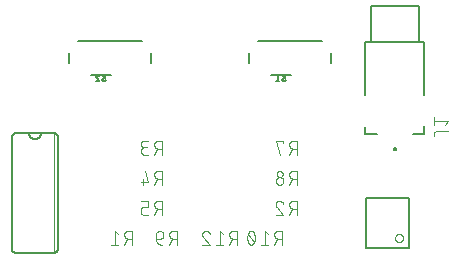
<source format=gbr>
G04 EAGLE Gerber RS-274X export*
G75*
%MOMM*%
%FSLAX34Y34*%
%LPD*%
%INSilkscreen Bottom*%
%IPPOS*%
%AMOC8*
5,1,8,0,0,1.08239X$1,22.5*%
G01*
%ADD10C,0.152400*%
%ADD11C,0.050800*%
%ADD12C,0.127000*%
%ADD13C,0.200000*%
%ADD14C,0.101600*%
%ADD15C,0.203200*%


D10*
X539242Y321310D02*
X539242Y415290D01*
X578358Y321310D02*
X578356Y321188D01*
X578350Y321066D01*
X578340Y320944D01*
X578327Y320823D01*
X578309Y320702D01*
X578288Y320582D01*
X578262Y320462D01*
X578233Y320344D01*
X578201Y320226D01*
X578164Y320109D01*
X578124Y319994D01*
X578080Y319880D01*
X578032Y319768D01*
X577981Y319657D01*
X577926Y319548D01*
X577868Y319440D01*
X577806Y319335D01*
X577741Y319232D01*
X577673Y319130D01*
X577601Y319031D01*
X577527Y318935D01*
X577449Y318840D01*
X577368Y318749D01*
X577285Y318659D01*
X577199Y318573D01*
X577109Y318490D01*
X577018Y318409D01*
X576923Y318331D01*
X576827Y318257D01*
X576728Y318185D01*
X576626Y318117D01*
X576523Y318052D01*
X576418Y317990D01*
X576310Y317932D01*
X576201Y317877D01*
X576090Y317826D01*
X575978Y317778D01*
X575864Y317734D01*
X575749Y317694D01*
X575632Y317657D01*
X575514Y317625D01*
X575396Y317596D01*
X575276Y317570D01*
X575156Y317549D01*
X575035Y317531D01*
X574914Y317518D01*
X574792Y317508D01*
X574670Y317502D01*
X574548Y317500D01*
X539242Y415290D02*
X539244Y415412D01*
X539250Y415534D01*
X539260Y415656D01*
X539273Y415777D01*
X539291Y415898D01*
X539312Y416018D01*
X539338Y416138D01*
X539367Y416256D01*
X539399Y416374D01*
X539436Y416491D01*
X539476Y416606D01*
X539520Y416720D01*
X539568Y416832D01*
X539619Y416943D01*
X539674Y417052D01*
X539732Y417160D01*
X539794Y417265D01*
X539859Y417368D01*
X539927Y417470D01*
X539999Y417569D01*
X540073Y417665D01*
X540151Y417760D01*
X540232Y417851D01*
X540315Y417941D01*
X540401Y418027D01*
X540491Y418110D01*
X540582Y418191D01*
X540677Y418269D01*
X540773Y418343D01*
X540872Y418415D01*
X540974Y418483D01*
X541077Y418548D01*
X541182Y418610D01*
X541290Y418668D01*
X541399Y418723D01*
X541510Y418774D01*
X541622Y418822D01*
X541736Y418866D01*
X541851Y418906D01*
X541968Y418943D01*
X542086Y418975D01*
X542204Y419004D01*
X542324Y419030D01*
X542444Y419051D01*
X542565Y419069D01*
X542686Y419082D01*
X542808Y419092D01*
X542930Y419098D01*
X543052Y419100D01*
X539242Y321310D02*
X539244Y321188D01*
X539250Y321066D01*
X539260Y320944D01*
X539273Y320823D01*
X539291Y320702D01*
X539312Y320582D01*
X539338Y320462D01*
X539367Y320344D01*
X539399Y320226D01*
X539436Y320109D01*
X539476Y319994D01*
X539520Y319880D01*
X539568Y319768D01*
X539619Y319657D01*
X539674Y319548D01*
X539732Y319440D01*
X539794Y319335D01*
X539859Y319232D01*
X539927Y319130D01*
X539999Y319031D01*
X540073Y318935D01*
X540151Y318840D01*
X540232Y318749D01*
X540315Y318659D01*
X540401Y318573D01*
X540491Y318490D01*
X540582Y318409D01*
X540677Y318331D01*
X540773Y318257D01*
X540872Y318185D01*
X540974Y318117D01*
X541077Y318052D01*
X541182Y317990D01*
X541290Y317932D01*
X541399Y317877D01*
X541510Y317826D01*
X541622Y317778D01*
X541736Y317734D01*
X541851Y317694D01*
X541968Y317657D01*
X542086Y317625D01*
X542204Y317596D01*
X542324Y317570D01*
X542444Y317549D01*
X542565Y317531D01*
X542686Y317518D01*
X542808Y317508D01*
X542930Y317502D01*
X543052Y317500D01*
X578358Y415290D02*
X578356Y415412D01*
X578350Y415534D01*
X578340Y415656D01*
X578327Y415777D01*
X578309Y415898D01*
X578288Y416018D01*
X578262Y416138D01*
X578233Y416256D01*
X578201Y416374D01*
X578164Y416491D01*
X578124Y416606D01*
X578080Y416720D01*
X578032Y416832D01*
X577981Y416943D01*
X577926Y417052D01*
X577868Y417160D01*
X577806Y417265D01*
X577741Y417368D01*
X577673Y417470D01*
X577601Y417569D01*
X577527Y417665D01*
X577449Y417760D01*
X577368Y417851D01*
X577285Y417941D01*
X577199Y418027D01*
X577109Y418110D01*
X577018Y418191D01*
X576923Y418269D01*
X576827Y418343D01*
X576728Y418415D01*
X576626Y418483D01*
X576523Y418548D01*
X576418Y418610D01*
X576310Y418668D01*
X576201Y418723D01*
X576090Y418774D01*
X575978Y418822D01*
X575864Y418866D01*
X575749Y418906D01*
X575632Y418943D01*
X575514Y418975D01*
X575396Y419004D01*
X575276Y419030D01*
X575156Y419051D01*
X575035Y419069D01*
X574914Y419082D01*
X574792Y419092D01*
X574670Y419098D01*
X574548Y419100D01*
X578358Y415290D02*
X578358Y321310D01*
X574548Y317500D02*
X543052Y317500D01*
X543052Y419100D02*
X553720Y419100D01*
X563880Y419100D01*
X574548Y419100D01*
X563880Y419100D02*
X563878Y418959D01*
X563872Y418818D01*
X563862Y418677D01*
X563849Y418536D01*
X563831Y418396D01*
X563809Y418257D01*
X563784Y418118D01*
X563755Y417979D01*
X563722Y417842D01*
X563685Y417706D01*
X563644Y417571D01*
X563600Y417436D01*
X563552Y417304D01*
X563500Y417172D01*
X563445Y417042D01*
X563386Y416914D01*
X563323Y416787D01*
X563257Y416663D01*
X563188Y416540D01*
X563115Y416419D01*
X563039Y416300D01*
X562959Y416183D01*
X562876Y416069D01*
X562791Y415956D01*
X562702Y415847D01*
X562610Y415739D01*
X562515Y415635D01*
X562417Y415533D01*
X562316Y415434D01*
X562213Y415337D01*
X562107Y415244D01*
X561999Y415154D01*
X561888Y415066D01*
X561775Y414982D01*
X561659Y414901D01*
X561541Y414823D01*
X561421Y414748D01*
X561299Y414677D01*
X561175Y414609D01*
X561049Y414545D01*
X560922Y414484D01*
X560793Y414427D01*
X560662Y414374D01*
X560530Y414324D01*
X560397Y414277D01*
X560262Y414235D01*
X560126Y414196D01*
X559989Y414161D01*
X559852Y414130D01*
X559713Y414103D01*
X559574Y414079D01*
X559434Y414060D01*
X559294Y414044D01*
X559153Y414032D01*
X559012Y414024D01*
X558871Y414020D01*
X558729Y414020D01*
X558588Y414024D01*
X558447Y414032D01*
X558306Y414044D01*
X558166Y414060D01*
X558026Y414079D01*
X557887Y414103D01*
X557748Y414130D01*
X557611Y414161D01*
X557474Y414196D01*
X557338Y414235D01*
X557203Y414277D01*
X557070Y414324D01*
X556938Y414374D01*
X556807Y414427D01*
X556678Y414484D01*
X556551Y414545D01*
X556425Y414609D01*
X556301Y414677D01*
X556179Y414748D01*
X556059Y414823D01*
X555941Y414901D01*
X555825Y414982D01*
X555712Y415066D01*
X555601Y415154D01*
X555493Y415244D01*
X555387Y415337D01*
X555284Y415434D01*
X555183Y415533D01*
X555085Y415635D01*
X554990Y415739D01*
X554898Y415847D01*
X554809Y415956D01*
X554724Y416069D01*
X554641Y416183D01*
X554561Y416300D01*
X554485Y416419D01*
X554412Y416540D01*
X554343Y416663D01*
X554277Y416787D01*
X554214Y416914D01*
X554155Y417042D01*
X554100Y417172D01*
X554048Y417304D01*
X554000Y417436D01*
X553956Y417571D01*
X553915Y417706D01*
X553878Y417842D01*
X553845Y417979D01*
X553816Y418118D01*
X553791Y418257D01*
X553769Y418396D01*
X553751Y418536D01*
X553738Y418677D01*
X553728Y418818D01*
X553722Y418959D01*
X553720Y419100D01*
D11*
X574802Y419100D02*
X574802Y317500D01*
D12*
X843600Y496200D02*
X843600Y526200D01*
X883600Y526200D01*
X883600Y496200D01*
X843600Y496200D01*
X838600Y496200D01*
X838600Y451200D01*
X838600Y424200D02*
X838600Y418200D01*
X848600Y418200D01*
X878600Y418200D02*
X888600Y418200D01*
X888600Y425200D01*
X888600Y451200D02*
X888600Y496200D01*
X883600Y496200D01*
D13*
X862600Y405700D02*
X862602Y405763D01*
X862608Y405825D01*
X862618Y405887D01*
X862631Y405949D01*
X862649Y406009D01*
X862670Y406068D01*
X862695Y406126D01*
X862724Y406182D01*
X862756Y406236D01*
X862791Y406288D01*
X862829Y406337D01*
X862871Y406385D01*
X862915Y406429D01*
X862963Y406471D01*
X863012Y406509D01*
X863064Y406544D01*
X863118Y406576D01*
X863174Y406605D01*
X863232Y406630D01*
X863291Y406651D01*
X863351Y406669D01*
X863413Y406682D01*
X863475Y406692D01*
X863537Y406698D01*
X863600Y406700D01*
X863663Y406698D01*
X863725Y406692D01*
X863787Y406682D01*
X863849Y406669D01*
X863909Y406651D01*
X863968Y406630D01*
X864026Y406605D01*
X864082Y406576D01*
X864136Y406544D01*
X864188Y406509D01*
X864237Y406471D01*
X864285Y406429D01*
X864329Y406385D01*
X864371Y406337D01*
X864409Y406288D01*
X864444Y406236D01*
X864476Y406182D01*
X864505Y406126D01*
X864530Y406068D01*
X864551Y406009D01*
X864569Y405949D01*
X864582Y405887D01*
X864592Y405825D01*
X864598Y405763D01*
X864600Y405700D01*
X864598Y405637D01*
X864592Y405575D01*
X864582Y405513D01*
X864569Y405451D01*
X864551Y405391D01*
X864530Y405332D01*
X864505Y405274D01*
X864476Y405218D01*
X864444Y405164D01*
X864409Y405112D01*
X864371Y405063D01*
X864329Y405015D01*
X864285Y404971D01*
X864237Y404929D01*
X864188Y404891D01*
X864136Y404856D01*
X864082Y404824D01*
X864026Y404795D01*
X863968Y404770D01*
X863909Y404749D01*
X863849Y404731D01*
X863787Y404718D01*
X863725Y404708D01*
X863663Y404702D01*
X863600Y404700D01*
X863537Y404702D01*
X863475Y404708D01*
X863413Y404718D01*
X863351Y404731D01*
X863291Y404749D01*
X863232Y404770D01*
X863174Y404795D01*
X863118Y404824D01*
X863064Y404856D01*
X863012Y404891D01*
X862963Y404929D01*
X862915Y404971D01*
X862871Y405015D01*
X862829Y405063D01*
X862791Y405112D01*
X862756Y405164D01*
X862724Y405218D01*
X862695Y405274D01*
X862670Y405332D01*
X862649Y405391D01*
X862631Y405451D01*
X862618Y405513D01*
X862608Y405575D01*
X862602Y405637D01*
X862600Y405700D01*
D14*
X899207Y420600D02*
X908295Y420600D01*
X899207Y420601D02*
X899108Y420599D01*
X899008Y420593D01*
X898909Y420584D01*
X898811Y420571D01*
X898713Y420553D01*
X898615Y420533D01*
X898519Y420508D01*
X898423Y420480D01*
X898329Y420448D01*
X898236Y420413D01*
X898145Y420374D01*
X898055Y420331D01*
X897966Y420285D01*
X897880Y420236D01*
X897795Y420184D01*
X897713Y420128D01*
X897633Y420069D01*
X897555Y420008D01*
X897479Y419943D01*
X897406Y419875D01*
X897336Y419805D01*
X897268Y419732D01*
X897203Y419656D01*
X897142Y419578D01*
X897083Y419498D01*
X897027Y419416D01*
X896975Y419331D01*
X896926Y419245D01*
X896880Y419156D01*
X896837Y419066D01*
X896798Y418975D01*
X896763Y418882D01*
X896731Y418788D01*
X896703Y418692D01*
X896678Y418596D01*
X896658Y418498D01*
X896640Y418400D01*
X896627Y418302D01*
X896618Y418203D01*
X896612Y418103D01*
X896610Y418004D01*
X896610Y416705D01*
X905698Y425874D02*
X908295Y429120D01*
X896610Y429120D01*
X896610Y425874D02*
X896610Y432366D01*
D15*
X839216Y363749D02*
X839216Y322051D01*
X839216Y363749D02*
X875284Y363749D01*
X875284Y322051D01*
X839216Y322051D01*
D14*
X863791Y330050D02*
X863793Y330166D01*
X863799Y330281D01*
X863809Y330396D01*
X863823Y330511D01*
X863841Y330625D01*
X863863Y330739D01*
X863888Y330851D01*
X863918Y330963D01*
X863951Y331074D01*
X863989Y331183D01*
X864030Y331291D01*
X864074Y331398D01*
X864123Y331503D01*
X864175Y331606D01*
X864230Y331708D01*
X864289Y331807D01*
X864351Y331905D01*
X864417Y332000D01*
X864486Y332093D01*
X864558Y332183D01*
X864633Y332271D01*
X864711Y332356D01*
X864792Y332438D01*
X864876Y332518D01*
X864963Y332595D01*
X865052Y332668D01*
X865144Y332739D01*
X865238Y332806D01*
X865334Y332870D01*
X865432Y332931D01*
X865533Y332988D01*
X865635Y333042D01*
X865739Y333092D01*
X865845Y333139D01*
X865952Y333181D01*
X866061Y333220D01*
X866171Y333256D01*
X866283Y333287D01*
X866395Y333315D01*
X866508Y333339D01*
X866622Y333359D01*
X866736Y333375D01*
X866851Y333387D01*
X866967Y333395D01*
X867082Y333399D01*
X867198Y333399D01*
X867313Y333395D01*
X867429Y333387D01*
X867544Y333375D01*
X867658Y333359D01*
X867772Y333339D01*
X867885Y333315D01*
X867997Y333287D01*
X868109Y333256D01*
X868219Y333220D01*
X868328Y333181D01*
X868435Y333139D01*
X868541Y333092D01*
X868645Y333042D01*
X868747Y332988D01*
X868848Y332931D01*
X868946Y332870D01*
X869042Y332806D01*
X869136Y332739D01*
X869228Y332668D01*
X869317Y332595D01*
X869404Y332518D01*
X869488Y332438D01*
X869569Y332356D01*
X869647Y332271D01*
X869722Y332183D01*
X869794Y332093D01*
X869863Y332000D01*
X869929Y331905D01*
X869991Y331807D01*
X870050Y331708D01*
X870105Y331606D01*
X870157Y331503D01*
X870206Y331398D01*
X870250Y331291D01*
X870291Y331183D01*
X870329Y331074D01*
X870362Y330963D01*
X870392Y330851D01*
X870417Y330739D01*
X870439Y330625D01*
X870457Y330511D01*
X870471Y330396D01*
X870481Y330281D01*
X870487Y330166D01*
X870489Y330050D01*
X870487Y329934D01*
X870481Y329819D01*
X870471Y329704D01*
X870457Y329589D01*
X870439Y329475D01*
X870417Y329361D01*
X870392Y329249D01*
X870362Y329137D01*
X870329Y329026D01*
X870291Y328917D01*
X870250Y328809D01*
X870206Y328702D01*
X870157Y328597D01*
X870105Y328494D01*
X870050Y328392D01*
X869991Y328293D01*
X869929Y328195D01*
X869863Y328100D01*
X869794Y328007D01*
X869722Y327917D01*
X869647Y327829D01*
X869569Y327744D01*
X869488Y327662D01*
X869404Y327582D01*
X869317Y327505D01*
X869228Y327432D01*
X869136Y327361D01*
X869042Y327294D01*
X868946Y327230D01*
X868848Y327169D01*
X868747Y327112D01*
X868645Y327058D01*
X868541Y327008D01*
X868435Y326961D01*
X868328Y326919D01*
X868219Y326880D01*
X868109Y326844D01*
X867997Y326813D01*
X867885Y326785D01*
X867772Y326761D01*
X867658Y326741D01*
X867544Y326725D01*
X867429Y326713D01*
X867313Y326705D01*
X867198Y326701D01*
X867082Y326701D01*
X866967Y326705D01*
X866851Y326713D01*
X866736Y326725D01*
X866622Y326741D01*
X866508Y326761D01*
X866395Y326785D01*
X866283Y326813D01*
X866171Y326844D01*
X866061Y326880D01*
X865952Y326919D01*
X865845Y326961D01*
X865739Y327008D01*
X865635Y327058D01*
X865533Y327112D01*
X865432Y327169D01*
X865334Y327230D01*
X865238Y327294D01*
X865144Y327361D01*
X865052Y327432D01*
X864963Y327505D01*
X864876Y327582D01*
X864792Y327662D01*
X864711Y327744D01*
X864633Y327829D01*
X864558Y327917D01*
X864486Y328007D01*
X864417Y328100D01*
X864351Y328195D01*
X864289Y328293D01*
X864230Y328392D01*
X864175Y328494D01*
X864123Y328597D01*
X864074Y328702D01*
X864030Y328809D01*
X863989Y328917D01*
X863951Y329026D01*
X863918Y329137D01*
X863888Y329249D01*
X863863Y329361D01*
X863841Y329475D01*
X863823Y329589D01*
X863809Y329704D01*
X863799Y329819D01*
X863793Y329934D01*
X863791Y330050D01*
X640842Y324358D02*
X640842Y336042D01*
X637596Y336042D01*
X637483Y336040D01*
X637370Y336034D01*
X637257Y336024D01*
X637144Y336010D01*
X637032Y335993D01*
X636921Y335971D01*
X636811Y335946D01*
X636701Y335916D01*
X636593Y335883D01*
X636486Y335846D01*
X636380Y335806D01*
X636276Y335761D01*
X636173Y335713D01*
X636072Y335662D01*
X635973Y335607D01*
X635876Y335549D01*
X635781Y335487D01*
X635688Y335422D01*
X635598Y335354D01*
X635510Y335283D01*
X635424Y335208D01*
X635341Y335131D01*
X635261Y335051D01*
X635184Y334968D01*
X635109Y334882D01*
X635038Y334794D01*
X634970Y334704D01*
X634905Y334611D01*
X634843Y334516D01*
X634785Y334419D01*
X634730Y334320D01*
X634679Y334219D01*
X634631Y334116D01*
X634586Y334012D01*
X634546Y333906D01*
X634509Y333799D01*
X634476Y333691D01*
X634446Y333581D01*
X634421Y333471D01*
X634399Y333360D01*
X634382Y333248D01*
X634368Y333135D01*
X634358Y333022D01*
X634352Y332909D01*
X634350Y332796D01*
X634352Y332683D01*
X634358Y332570D01*
X634368Y332457D01*
X634382Y332344D01*
X634399Y332232D01*
X634421Y332121D01*
X634446Y332011D01*
X634476Y331901D01*
X634509Y331793D01*
X634546Y331686D01*
X634586Y331580D01*
X634631Y331476D01*
X634679Y331373D01*
X634730Y331272D01*
X634785Y331173D01*
X634843Y331076D01*
X634905Y330981D01*
X634970Y330888D01*
X635038Y330798D01*
X635109Y330710D01*
X635184Y330624D01*
X635261Y330541D01*
X635341Y330461D01*
X635424Y330384D01*
X635510Y330309D01*
X635598Y330238D01*
X635688Y330170D01*
X635781Y330105D01*
X635876Y330043D01*
X635973Y329985D01*
X636072Y329930D01*
X636173Y329879D01*
X636276Y329831D01*
X636380Y329786D01*
X636486Y329746D01*
X636593Y329709D01*
X636701Y329676D01*
X636811Y329646D01*
X636921Y329621D01*
X637032Y329599D01*
X637144Y329582D01*
X637257Y329568D01*
X637370Y329558D01*
X637483Y329552D01*
X637596Y329550D01*
X637596Y329551D02*
X640842Y329551D01*
X636947Y329551D02*
X634351Y324358D01*
X629486Y333446D02*
X626240Y336042D01*
X626240Y324358D01*
X622995Y324358D02*
X629486Y324358D01*
X767842Y324358D02*
X767842Y336042D01*
X764596Y336042D01*
X764483Y336040D01*
X764370Y336034D01*
X764257Y336024D01*
X764144Y336010D01*
X764032Y335993D01*
X763921Y335971D01*
X763811Y335946D01*
X763701Y335916D01*
X763593Y335883D01*
X763486Y335846D01*
X763380Y335806D01*
X763276Y335761D01*
X763173Y335713D01*
X763072Y335662D01*
X762973Y335607D01*
X762876Y335549D01*
X762781Y335487D01*
X762688Y335422D01*
X762598Y335354D01*
X762510Y335283D01*
X762424Y335208D01*
X762341Y335131D01*
X762261Y335051D01*
X762184Y334968D01*
X762109Y334882D01*
X762038Y334794D01*
X761970Y334704D01*
X761905Y334611D01*
X761843Y334516D01*
X761785Y334419D01*
X761730Y334320D01*
X761679Y334219D01*
X761631Y334116D01*
X761586Y334012D01*
X761546Y333906D01*
X761509Y333799D01*
X761476Y333691D01*
X761446Y333581D01*
X761421Y333471D01*
X761399Y333360D01*
X761382Y333248D01*
X761368Y333135D01*
X761358Y333022D01*
X761352Y332909D01*
X761350Y332796D01*
X761352Y332683D01*
X761358Y332570D01*
X761368Y332457D01*
X761382Y332344D01*
X761399Y332232D01*
X761421Y332121D01*
X761446Y332011D01*
X761476Y331901D01*
X761509Y331793D01*
X761546Y331686D01*
X761586Y331580D01*
X761631Y331476D01*
X761679Y331373D01*
X761730Y331272D01*
X761785Y331173D01*
X761843Y331076D01*
X761905Y330981D01*
X761970Y330888D01*
X762038Y330798D01*
X762109Y330710D01*
X762184Y330624D01*
X762261Y330541D01*
X762341Y330461D01*
X762424Y330384D01*
X762510Y330309D01*
X762598Y330238D01*
X762688Y330170D01*
X762781Y330105D01*
X762876Y330043D01*
X762973Y329985D01*
X763072Y329930D01*
X763173Y329879D01*
X763276Y329831D01*
X763380Y329786D01*
X763486Y329746D01*
X763593Y329709D01*
X763701Y329676D01*
X763811Y329646D01*
X763921Y329621D01*
X764032Y329599D01*
X764144Y329582D01*
X764257Y329568D01*
X764370Y329558D01*
X764483Y329552D01*
X764596Y329550D01*
X764596Y329551D02*
X767842Y329551D01*
X763947Y329551D02*
X761351Y324358D01*
X756486Y333446D02*
X753240Y336042D01*
X753240Y324358D01*
X749995Y324358D02*
X756486Y324358D01*
X745056Y330200D02*
X745053Y330430D01*
X745045Y330660D01*
X745031Y330889D01*
X745012Y331118D01*
X744987Y331347D01*
X744957Y331575D01*
X744922Y331802D01*
X744881Y332028D01*
X744835Y332253D01*
X744783Y332477D01*
X744726Y332700D01*
X744664Y332921D01*
X744596Y333141D01*
X744523Y333359D01*
X744445Y333575D01*
X744362Y333789D01*
X744274Y334002D01*
X744181Y334212D01*
X744082Y334419D01*
X744049Y334509D01*
X744013Y334598D01*
X743973Y334686D01*
X743929Y334771D01*
X743882Y334855D01*
X743832Y334937D01*
X743778Y335017D01*
X743722Y335094D01*
X743662Y335170D01*
X743599Y335243D01*
X743534Y335313D01*
X743465Y335381D01*
X743394Y335445D01*
X743321Y335507D01*
X743245Y335566D01*
X743167Y335622D01*
X743086Y335675D01*
X743004Y335724D01*
X742920Y335770D01*
X742833Y335813D01*
X742746Y335852D01*
X742656Y335888D01*
X742566Y335920D01*
X742474Y335948D01*
X742381Y335973D01*
X742287Y335994D01*
X742193Y336011D01*
X742098Y336025D01*
X742002Y336034D01*
X741906Y336040D01*
X741810Y336042D01*
X741714Y336040D01*
X741618Y336034D01*
X741522Y336025D01*
X741427Y336011D01*
X741333Y335994D01*
X741239Y335973D01*
X741146Y335948D01*
X741054Y335920D01*
X740964Y335888D01*
X740874Y335852D01*
X740787Y335813D01*
X740700Y335770D01*
X740616Y335724D01*
X740534Y335675D01*
X740453Y335622D01*
X740375Y335566D01*
X740299Y335507D01*
X740226Y335445D01*
X740155Y335381D01*
X740086Y335313D01*
X740021Y335243D01*
X739958Y335170D01*
X739898Y335095D01*
X739842Y335017D01*
X739788Y334937D01*
X739738Y334855D01*
X739691Y334771D01*
X739648Y334686D01*
X739607Y334598D01*
X739571Y334509D01*
X739538Y334419D01*
X739539Y334419D02*
X739440Y334211D01*
X739347Y334001D01*
X739259Y333789D01*
X739176Y333575D01*
X739098Y333358D01*
X739025Y333140D01*
X738957Y332921D01*
X738895Y332699D01*
X738838Y332477D01*
X738786Y332253D01*
X738740Y332028D01*
X738699Y331802D01*
X738664Y331574D01*
X738634Y331347D01*
X738609Y331118D01*
X738590Y330889D01*
X738576Y330660D01*
X738568Y330430D01*
X738565Y330200D01*
X745056Y330200D02*
X745053Y329970D01*
X745045Y329740D01*
X745031Y329511D01*
X745012Y329282D01*
X744987Y329053D01*
X744957Y328825D01*
X744922Y328598D01*
X744881Y328372D01*
X744835Y328147D01*
X744783Y327923D01*
X744726Y327700D01*
X744664Y327479D01*
X744596Y327259D01*
X744523Y327041D01*
X744445Y326825D01*
X744362Y326611D01*
X744274Y326399D01*
X744181Y326188D01*
X744082Y325981D01*
X744049Y325891D01*
X744013Y325802D01*
X743972Y325714D01*
X743929Y325629D01*
X743882Y325545D01*
X743832Y325463D01*
X743778Y325383D01*
X743722Y325306D01*
X743662Y325230D01*
X743599Y325157D01*
X743534Y325087D01*
X743465Y325019D01*
X743394Y324955D01*
X743321Y324893D01*
X743245Y324834D01*
X743167Y324778D01*
X743086Y324725D01*
X743004Y324676D01*
X742920Y324630D01*
X742833Y324587D01*
X742746Y324548D01*
X742656Y324512D01*
X742566Y324480D01*
X742474Y324452D01*
X742381Y324427D01*
X742287Y324406D01*
X742193Y324389D01*
X742098Y324375D01*
X742002Y324366D01*
X741906Y324360D01*
X741810Y324358D01*
X739538Y325981D02*
X739439Y326188D01*
X739346Y326399D01*
X739258Y326611D01*
X739175Y326825D01*
X739097Y327041D01*
X739024Y327259D01*
X738956Y327479D01*
X738894Y327700D01*
X738837Y327923D01*
X738785Y328147D01*
X738739Y328372D01*
X738698Y328598D01*
X738663Y328825D01*
X738633Y329053D01*
X738608Y329282D01*
X738589Y329511D01*
X738575Y329740D01*
X738567Y329970D01*
X738564Y330200D01*
X739538Y325981D02*
X739571Y325891D01*
X739607Y325802D01*
X739648Y325714D01*
X739691Y325629D01*
X739738Y325545D01*
X739788Y325463D01*
X739842Y325383D01*
X739898Y325305D01*
X739958Y325230D01*
X740021Y325157D01*
X740086Y325087D01*
X740155Y325019D01*
X740226Y324955D01*
X740299Y324893D01*
X740375Y324834D01*
X740453Y324778D01*
X740534Y324725D01*
X740616Y324676D01*
X740700Y324630D01*
X740787Y324587D01*
X740874Y324548D01*
X740964Y324512D01*
X741054Y324480D01*
X741146Y324452D01*
X741239Y324427D01*
X741333Y324406D01*
X741427Y324389D01*
X741522Y324375D01*
X741618Y324366D01*
X741714Y324360D01*
X741810Y324358D01*
X744407Y326954D02*
X739214Y333446D01*
X729742Y336042D02*
X729742Y324358D01*
X729742Y336042D02*
X726496Y336042D01*
X726383Y336040D01*
X726270Y336034D01*
X726157Y336024D01*
X726044Y336010D01*
X725932Y335993D01*
X725821Y335971D01*
X725711Y335946D01*
X725601Y335916D01*
X725493Y335883D01*
X725386Y335846D01*
X725280Y335806D01*
X725176Y335761D01*
X725073Y335713D01*
X724972Y335662D01*
X724873Y335607D01*
X724776Y335549D01*
X724681Y335487D01*
X724588Y335422D01*
X724498Y335354D01*
X724410Y335283D01*
X724324Y335208D01*
X724241Y335131D01*
X724161Y335051D01*
X724084Y334968D01*
X724009Y334882D01*
X723938Y334794D01*
X723870Y334704D01*
X723805Y334611D01*
X723743Y334516D01*
X723685Y334419D01*
X723630Y334320D01*
X723579Y334219D01*
X723531Y334116D01*
X723486Y334012D01*
X723446Y333906D01*
X723409Y333799D01*
X723376Y333691D01*
X723346Y333581D01*
X723321Y333471D01*
X723299Y333360D01*
X723282Y333248D01*
X723268Y333135D01*
X723258Y333022D01*
X723252Y332909D01*
X723250Y332796D01*
X723252Y332683D01*
X723258Y332570D01*
X723268Y332457D01*
X723282Y332344D01*
X723299Y332232D01*
X723321Y332121D01*
X723346Y332011D01*
X723376Y331901D01*
X723409Y331793D01*
X723446Y331686D01*
X723486Y331580D01*
X723531Y331476D01*
X723579Y331373D01*
X723630Y331272D01*
X723685Y331173D01*
X723743Y331076D01*
X723805Y330981D01*
X723870Y330888D01*
X723938Y330798D01*
X724009Y330710D01*
X724084Y330624D01*
X724161Y330541D01*
X724241Y330461D01*
X724324Y330384D01*
X724410Y330309D01*
X724498Y330238D01*
X724588Y330170D01*
X724681Y330105D01*
X724776Y330043D01*
X724873Y329985D01*
X724972Y329930D01*
X725073Y329879D01*
X725176Y329831D01*
X725280Y329786D01*
X725386Y329746D01*
X725493Y329709D01*
X725601Y329676D01*
X725711Y329646D01*
X725821Y329621D01*
X725932Y329599D01*
X726044Y329582D01*
X726157Y329568D01*
X726270Y329558D01*
X726383Y329552D01*
X726496Y329550D01*
X726496Y329551D02*
X729742Y329551D01*
X725847Y329551D02*
X723251Y324358D01*
X718386Y333446D02*
X715140Y336042D01*
X715140Y324358D01*
X711895Y324358D02*
X718386Y324358D01*
X703386Y336042D02*
X703279Y336040D01*
X703173Y336034D01*
X703067Y336024D01*
X702961Y336011D01*
X702855Y335993D01*
X702751Y335972D01*
X702647Y335947D01*
X702544Y335918D01*
X702443Y335886D01*
X702343Y335849D01*
X702244Y335809D01*
X702146Y335766D01*
X702050Y335719D01*
X701956Y335668D01*
X701864Y335614D01*
X701774Y335557D01*
X701686Y335497D01*
X701601Y335433D01*
X701518Y335366D01*
X701437Y335296D01*
X701359Y335224D01*
X701283Y335148D01*
X701211Y335070D01*
X701141Y334989D01*
X701074Y334906D01*
X701010Y334821D01*
X700950Y334733D01*
X700893Y334643D01*
X700839Y334551D01*
X700788Y334457D01*
X700741Y334361D01*
X700698Y334263D01*
X700658Y334164D01*
X700621Y334064D01*
X700589Y333963D01*
X700560Y333860D01*
X700535Y333756D01*
X700514Y333652D01*
X700496Y333546D01*
X700483Y333440D01*
X700473Y333334D01*
X700467Y333228D01*
X700465Y333121D01*
X703386Y336042D02*
X703507Y336040D01*
X703628Y336034D01*
X703748Y336024D01*
X703869Y336011D01*
X703988Y335993D01*
X704108Y335972D01*
X704226Y335947D01*
X704343Y335918D01*
X704460Y335885D01*
X704575Y335849D01*
X704689Y335808D01*
X704802Y335765D01*
X704914Y335717D01*
X705023Y335666D01*
X705131Y335611D01*
X705238Y335553D01*
X705342Y335492D01*
X705444Y335427D01*
X705544Y335359D01*
X705642Y335288D01*
X705738Y335214D01*
X705831Y335137D01*
X705921Y335056D01*
X706009Y334973D01*
X706094Y334887D01*
X706177Y334798D01*
X706256Y334707D01*
X706333Y334613D01*
X706406Y334517D01*
X706476Y334419D01*
X706543Y334318D01*
X706607Y334215D01*
X706668Y334110D01*
X706725Y334003D01*
X706778Y333895D01*
X706828Y333785D01*
X706874Y333673D01*
X706917Y333560D01*
X706956Y333445D01*
X701439Y330849D02*
X701360Y330927D01*
X701284Y331007D01*
X701211Y331090D01*
X701141Y331176D01*
X701074Y331263D01*
X701010Y331354D01*
X700950Y331446D01*
X700892Y331540D01*
X700838Y331637D01*
X700788Y331735D01*
X700741Y331835D01*
X700697Y331936D01*
X700657Y332039D01*
X700621Y332144D01*
X700589Y332249D01*
X700560Y332356D01*
X700535Y332463D01*
X700513Y332572D01*
X700496Y332681D01*
X700482Y332790D01*
X700473Y332900D01*
X700467Y333011D01*
X700465Y333121D01*
X701438Y330849D02*
X706956Y324358D01*
X700465Y324358D01*
X780542Y349758D02*
X780542Y361442D01*
X777296Y361442D01*
X777183Y361440D01*
X777070Y361434D01*
X776957Y361424D01*
X776844Y361410D01*
X776732Y361393D01*
X776621Y361371D01*
X776511Y361346D01*
X776401Y361316D01*
X776293Y361283D01*
X776186Y361246D01*
X776080Y361206D01*
X775976Y361161D01*
X775873Y361113D01*
X775772Y361062D01*
X775673Y361007D01*
X775576Y360949D01*
X775481Y360887D01*
X775388Y360822D01*
X775298Y360754D01*
X775210Y360683D01*
X775124Y360608D01*
X775041Y360531D01*
X774961Y360451D01*
X774884Y360368D01*
X774809Y360282D01*
X774738Y360194D01*
X774670Y360104D01*
X774605Y360011D01*
X774543Y359916D01*
X774485Y359819D01*
X774430Y359720D01*
X774379Y359619D01*
X774331Y359516D01*
X774286Y359412D01*
X774246Y359306D01*
X774209Y359199D01*
X774176Y359091D01*
X774146Y358981D01*
X774121Y358871D01*
X774099Y358760D01*
X774082Y358648D01*
X774068Y358535D01*
X774058Y358422D01*
X774052Y358309D01*
X774050Y358196D01*
X774052Y358083D01*
X774058Y357970D01*
X774068Y357857D01*
X774082Y357744D01*
X774099Y357632D01*
X774121Y357521D01*
X774146Y357411D01*
X774176Y357301D01*
X774209Y357193D01*
X774246Y357086D01*
X774286Y356980D01*
X774331Y356876D01*
X774379Y356773D01*
X774430Y356672D01*
X774485Y356573D01*
X774543Y356476D01*
X774605Y356381D01*
X774670Y356288D01*
X774738Y356198D01*
X774809Y356110D01*
X774884Y356024D01*
X774961Y355941D01*
X775041Y355861D01*
X775124Y355784D01*
X775210Y355709D01*
X775298Y355638D01*
X775388Y355570D01*
X775481Y355505D01*
X775576Y355443D01*
X775673Y355385D01*
X775772Y355330D01*
X775873Y355279D01*
X775976Y355231D01*
X776080Y355186D01*
X776186Y355146D01*
X776293Y355109D01*
X776401Y355076D01*
X776511Y355046D01*
X776621Y355021D01*
X776732Y354999D01*
X776844Y354982D01*
X776957Y354968D01*
X777070Y354958D01*
X777183Y354952D01*
X777296Y354950D01*
X777296Y354951D02*
X780542Y354951D01*
X776647Y354951D02*
X774051Y349758D01*
X762695Y358521D02*
X762697Y358628D01*
X762703Y358734D01*
X762713Y358840D01*
X762726Y358946D01*
X762744Y359052D01*
X762765Y359156D01*
X762790Y359260D01*
X762819Y359363D01*
X762851Y359464D01*
X762888Y359564D01*
X762928Y359663D01*
X762971Y359761D01*
X763018Y359857D01*
X763069Y359951D01*
X763123Y360043D01*
X763180Y360133D01*
X763240Y360221D01*
X763304Y360306D01*
X763371Y360389D01*
X763441Y360470D01*
X763513Y360548D01*
X763589Y360624D01*
X763667Y360696D01*
X763748Y360766D01*
X763831Y360833D01*
X763916Y360897D01*
X764004Y360957D01*
X764094Y361014D01*
X764186Y361068D01*
X764280Y361119D01*
X764376Y361166D01*
X764474Y361209D01*
X764573Y361249D01*
X764673Y361286D01*
X764774Y361318D01*
X764877Y361347D01*
X764981Y361372D01*
X765085Y361393D01*
X765191Y361411D01*
X765297Y361424D01*
X765403Y361434D01*
X765509Y361440D01*
X765616Y361442D01*
X765737Y361440D01*
X765858Y361434D01*
X765978Y361424D01*
X766099Y361411D01*
X766218Y361393D01*
X766338Y361372D01*
X766456Y361347D01*
X766573Y361318D01*
X766690Y361285D01*
X766805Y361249D01*
X766919Y361208D01*
X767032Y361165D01*
X767144Y361117D01*
X767253Y361066D01*
X767361Y361011D01*
X767468Y360953D01*
X767572Y360892D01*
X767674Y360827D01*
X767774Y360759D01*
X767872Y360688D01*
X767968Y360614D01*
X768061Y360537D01*
X768151Y360456D01*
X768239Y360373D01*
X768324Y360287D01*
X768407Y360198D01*
X768486Y360107D01*
X768563Y360013D01*
X768636Y359917D01*
X768706Y359819D01*
X768773Y359718D01*
X768837Y359615D01*
X768898Y359510D01*
X768955Y359403D01*
X769008Y359295D01*
X769058Y359185D01*
X769104Y359073D01*
X769147Y358960D01*
X769186Y358845D01*
X763669Y356249D02*
X763590Y356327D01*
X763514Y356407D01*
X763441Y356490D01*
X763371Y356576D01*
X763304Y356663D01*
X763240Y356754D01*
X763180Y356846D01*
X763122Y356940D01*
X763068Y357037D01*
X763018Y357135D01*
X762971Y357235D01*
X762927Y357336D01*
X762887Y357439D01*
X762851Y357544D01*
X762819Y357649D01*
X762790Y357756D01*
X762765Y357863D01*
X762743Y357972D01*
X762726Y358081D01*
X762712Y358190D01*
X762703Y358300D01*
X762697Y358411D01*
X762695Y358521D01*
X763668Y356249D02*
X769186Y349758D01*
X762695Y349758D01*
X666242Y400558D02*
X666242Y412242D01*
X662996Y412242D01*
X662883Y412240D01*
X662770Y412234D01*
X662657Y412224D01*
X662544Y412210D01*
X662432Y412193D01*
X662321Y412171D01*
X662211Y412146D01*
X662101Y412116D01*
X661993Y412083D01*
X661886Y412046D01*
X661780Y412006D01*
X661676Y411961D01*
X661573Y411913D01*
X661472Y411862D01*
X661373Y411807D01*
X661276Y411749D01*
X661181Y411687D01*
X661088Y411622D01*
X660998Y411554D01*
X660910Y411483D01*
X660824Y411408D01*
X660741Y411331D01*
X660661Y411251D01*
X660584Y411168D01*
X660509Y411082D01*
X660438Y410994D01*
X660370Y410904D01*
X660305Y410811D01*
X660243Y410716D01*
X660185Y410619D01*
X660130Y410520D01*
X660079Y410419D01*
X660031Y410316D01*
X659986Y410212D01*
X659946Y410106D01*
X659909Y409999D01*
X659876Y409891D01*
X659846Y409781D01*
X659821Y409671D01*
X659799Y409560D01*
X659782Y409448D01*
X659768Y409335D01*
X659758Y409222D01*
X659752Y409109D01*
X659750Y408996D01*
X659752Y408883D01*
X659758Y408770D01*
X659768Y408657D01*
X659782Y408544D01*
X659799Y408432D01*
X659821Y408321D01*
X659846Y408211D01*
X659876Y408101D01*
X659909Y407993D01*
X659946Y407886D01*
X659986Y407780D01*
X660031Y407676D01*
X660079Y407573D01*
X660130Y407472D01*
X660185Y407373D01*
X660243Y407276D01*
X660305Y407181D01*
X660370Y407088D01*
X660438Y406998D01*
X660509Y406910D01*
X660584Y406824D01*
X660661Y406741D01*
X660741Y406661D01*
X660824Y406584D01*
X660910Y406509D01*
X660998Y406438D01*
X661088Y406370D01*
X661181Y406305D01*
X661276Y406243D01*
X661373Y406185D01*
X661472Y406130D01*
X661573Y406079D01*
X661676Y406031D01*
X661780Y405986D01*
X661886Y405946D01*
X661993Y405909D01*
X662101Y405876D01*
X662211Y405846D01*
X662321Y405821D01*
X662432Y405799D01*
X662544Y405782D01*
X662657Y405768D01*
X662770Y405758D01*
X662883Y405752D01*
X662996Y405750D01*
X662996Y405751D02*
X666242Y405751D01*
X662347Y405751D02*
X659751Y400558D01*
X654886Y400558D02*
X651640Y400558D01*
X651527Y400560D01*
X651414Y400566D01*
X651301Y400576D01*
X651188Y400590D01*
X651076Y400607D01*
X650965Y400629D01*
X650855Y400654D01*
X650745Y400684D01*
X650637Y400717D01*
X650530Y400754D01*
X650424Y400794D01*
X650320Y400839D01*
X650217Y400887D01*
X650116Y400938D01*
X650017Y400993D01*
X649920Y401051D01*
X649825Y401113D01*
X649732Y401178D01*
X649642Y401246D01*
X649554Y401317D01*
X649468Y401392D01*
X649385Y401469D01*
X649305Y401549D01*
X649228Y401632D01*
X649153Y401718D01*
X649082Y401806D01*
X649014Y401896D01*
X648949Y401989D01*
X648887Y402084D01*
X648829Y402181D01*
X648774Y402280D01*
X648723Y402381D01*
X648675Y402484D01*
X648630Y402588D01*
X648590Y402694D01*
X648553Y402801D01*
X648520Y402909D01*
X648490Y403019D01*
X648465Y403129D01*
X648443Y403240D01*
X648426Y403352D01*
X648412Y403465D01*
X648402Y403578D01*
X648396Y403691D01*
X648394Y403804D01*
X648396Y403917D01*
X648402Y404030D01*
X648412Y404143D01*
X648426Y404256D01*
X648443Y404368D01*
X648465Y404479D01*
X648490Y404589D01*
X648520Y404699D01*
X648553Y404807D01*
X648590Y404914D01*
X648630Y405020D01*
X648675Y405124D01*
X648723Y405227D01*
X648774Y405328D01*
X648829Y405427D01*
X648887Y405524D01*
X648949Y405619D01*
X649014Y405712D01*
X649082Y405802D01*
X649153Y405890D01*
X649228Y405976D01*
X649305Y406059D01*
X649385Y406139D01*
X649468Y406216D01*
X649554Y406291D01*
X649642Y406362D01*
X649732Y406430D01*
X649825Y406495D01*
X649920Y406557D01*
X650017Y406615D01*
X650116Y406670D01*
X650217Y406721D01*
X650320Y406769D01*
X650424Y406814D01*
X650530Y406854D01*
X650637Y406891D01*
X650745Y406924D01*
X650855Y406954D01*
X650965Y406979D01*
X651076Y407001D01*
X651188Y407018D01*
X651301Y407032D01*
X651414Y407042D01*
X651527Y407048D01*
X651640Y407050D01*
X650991Y412242D02*
X654886Y412242D01*
X650991Y412242D02*
X650890Y412240D01*
X650790Y412234D01*
X650690Y412224D01*
X650590Y412211D01*
X650491Y412193D01*
X650392Y412172D01*
X650295Y412147D01*
X650198Y412118D01*
X650103Y412085D01*
X650009Y412049D01*
X649917Y412009D01*
X649826Y411966D01*
X649737Y411919D01*
X649650Y411869D01*
X649564Y411815D01*
X649481Y411758D01*
X649401Y411698D01*
X649322Y411635D01*
X649246Y411568D01*
X649173Y411499D01*
X649103Y411427D01*
X649035Y411353D01*
X648970Y411276D01*
X648909Y411196D01*
X648850Y411114D01*
X648795Y411030D01*
X648743Y410944D01*
X648694Y410856D01*
X648649Y410766D01*
X648607Y410674D01*
X648569Y410581D01*
X648535Y410486D01*
X648504Y410391D01*
X648477Y410294D01*
X648454Y410196D01*
X648434Y410097D01*
X648419Y409997D01*
X648407Y409897D01*
X648399Y409797D01*
X648395Y409696D01*
X648395Y409596D01*
X648399Y409495D01*
X648407Y409395D01*
X648419Y409295D01*
X648434Y409195D01*
X648454Y409096D01*
X648477Y408998D01*
X648504Y408901D01*
X648535Y408806D01*
X648569Y408711D01*
X648607Y408618D01*
X648649Y408526D01*
X648694Y408436D01*
X648743Y408348D01*
X648795Y408262D01*
X648850Y408178D01*
X648909Y408096D01*
X648970Y408016D01*
X649035Y407939D01*
X649103Y407865D01*
X649173Y407793D01*
X649246Y407724D01*
X649322Y407657D01*
X649401Y407594D01*
X649481Y407534D01*
X649564Y407477D01*
X649650Y407423D01*
X649737Y407373D01*
X649826Y407326D01*
X649917Y407283D01*
X650009Y407243D01*
X650103Y407207D01*
X650198Y407174D01*
X650295Y407145D01*
X650392Y407120D01*
X650491Y407099D01*
X650590Y407081D01*
X650690Y407068D01*
X650790Y407058D01*
X650890Y407052D01*
X650991Y407050D01*
X650991Y407049D02*
X653587Y407049D01*
X666242Y386842D02*
X666242Y375158D01*
X666242Y386842D02*
X662996Y386842D01*
X662883Y386840D01*
X662770Y386834D01*
X662657Y386824D01*
X662544Y386810D01*
X662432Y386793D01*
X662321Y386771D01*
X662211Y386746D01*
X662101Y386716D01*
X661993Y386683D01*
X661886Y386646D01*
X661780Y386606D01*
X661676Y386561D01*
X661573Y386513D01*
X661472Y386462D01*
X661373Y386407D01*
X661276Y386349D01*
X661181Y386287D01*
X661088Y386222D01*
X660998Y386154D01*
X660910Y386083D01*
X660824Y386008D01*
X660741Y385931D01*
X660661Y385851D01*
X660584Y385768D01*
X660509Y385682D01*
X660438Y385594D01*
X660370Y385504D01*
X660305Y385411D01*
X660243Y385316D01*
X660185Y385219D01*
X660130Y385120D01*
X660079Y385019D01*
X660031Y384916D01*
X659986Y384812D01*
X659946Y384706D01*
X659909Y384599D01*
X659876Y384491D01*
X659846Y384381D01*
X659821Y384271D01*
X659799Y384160D01*
X659782Y384048D01*
X659768Y383935D01*
X659758Y383822D01*
X659752Y383709D01*
X659750Y383596D01*
X659752Y383483D01*
X659758Y383370D01*
X659768Y383257D01*
X659782Y383144D01*
X659799Y383032D01*
X659821Y382921D01*
X659846Y382811D01*
X659876Y382701D01*
X659909Y382593D01*
X659946Y382486D01*
X659986Y382380D01*
X660031Y382276D01*
X660079Y382173D01*
X660130Y382072D01*
X660185Y381973D01*
X660243Y381876D01*
X660305Y381781D01*
X660370Y381688D01*
X660438Y381598D01*
X660509Y381510D01*
X660584Y381424D01*
X660661Y381341D01*
X660741Y381261D01*
X660824Y381184D01*
X660910Y381109D01*
X660998Y381038D01*
X661088Y380970D01*
X661181Y380905D01*
X661276Y380843D01*
X661373Y380785D01*
X661472Y380730D01*
X661573Y380679D01*
X661676Y380631D01*
X661780Y380586D01*
X661886Y380546D01*
X661993Y380509D01*
X662101Y380476D01*
X662211Y380446D01*
X662321Y380421D01*
X662432Y380399D01*
X662544Y380382D01*
X662657Y380368D01*
X662770Y380358D01*
X662883Y380352D01*
X662996Y380350D01*
X662996Y380351D02*
X666242Y380351D01*
X662347Y380351D02*
X659751Y375158D01*
X654886Y377754D02*
X652289Y386842D01*
X654886Y377754D02*
X648395Y377754D01*
X650342Y380351D02*
X650342Y375158D01*
X666242Y361442D02*
X666242Y349758D01*
X666242Y361442D02*
X662996Y361442D01*
X662883Y361440D01*
X662770Y361434D01*
X662657Y361424D01*
X662544Y361410D01*
X662432Y361393D01*
X662321Y361371D01*
X662211Y361346D01*
X662101Y361316D01*
X661993Y361283D01*
X661886Y361246D01*
X661780Y361206D01*
X661676Y361161D01*
X661573Y361113D01*
X661472Y361062D01*
X661373Y361007D01*
X661276Y360949D01*
X661181Y360887D01*
X661088Y360822D01*
X660998Y360754D01*
X660910Y360683D01*
X660824Y360608D01*
X660741Y360531D01*
X660661Y360451D01*
X660584Y360368D01*
X660509Y360282D01*
X660438Y360194D01*
X660370Y360104D01*
X660305Y360011D01*
X660243Y359916D01*
X660185Y359819D01*
X660130Y359720D01*
X660079Y359619D01*
X660031Y359516D01*
X659986Y359412D01*
X659946Y359306D01*
X659909Y359199D01*
X659876Y359091D01*
X659846Y358981D01*
X659821Y358871D01*
X659799Y358760D01*
X659782Y358648D01*
X659768Y358535D01*
X659758Y358422D01*
X659752Y358309D01*
X659750Y358196D01*
X659752Y358083D01*
X659758Y357970D01*
X659768Y357857D01*
X659782Y357744D01*
X659799Y357632D01*
X659821Y357521D01*
X659846Y357411D01*
X659876Y357301D01*
X659909Y357193D01*
X659946Y357086D01*
X659986Y356980D01*
X660031Y356876D01*
X660079Y356773D01*
X660130Y356672D01*
X660185Y356573D01*
X660243Y356476D01*
X660305Y356381D01*
X660370Y356288D01*
X660438Y356198D01*
X660509Y356110D01*
X660584Y356024D01*
X660661Y355941D01*
X660741Y355861D01*
X660824Y355784D01*
X660910Y355709D01*
X660998Y355638D01*
X661088Y355570D01*
X661181Y355505D01*
X661276Y355443D01*
X661373Y355385D01*
X661472Y355330D01*
X661573Y355279D01*
X661676Y355231D01*
X661780Y355186D01*
X661886Y355146D01*
X661993Y355109D01*
X662101Y355076D01*
X662211Y355046D01*
X662321Y355021D01*
X662432Y354999D01*
X662544Y354982D01*
X662657Y354968D01*
X662770Y354958D01*
X662883Y354952D01*
X662996Y354950D01*
X662996Y354951D02*
X666242Y354951D01*
X662347Y354951D02*
X659751Y349758D01*
X654886Y349758D02*
X650991Y349758D01*
X650892Y349760D01*
X650792Y349766D01*
X650693Y349775D01*
X650595Y349788D01*
X650497Y349805D01*
X650399Y349826D01*
X650303Y349851D01*
X650208Y349879D01*
X650114Y349911D01*
X650021Y349946D01*
X649929Y349985D01*
X649839Y350028D01*
X649751Y350073D01*
X649664Y350123D01*
X649580Y350175D01*
X649497Y350231D01*
X649417Y350289D01*
X649339Y350351D01*
X649264Y350416D01*
X649191Y350484D01*
X649121Y350554D01*
X649053Y350627D01*
X648988Y350702D01*
X648926Y350780D01*
X648868Y350860D01*
X648812Y350943D01*
X648760Y351027D01*
X648710Y351114D01*
X648665Y351202D01*
X648622Y351292D01*
X648583Y351384D01*
X648548Y351477D01*
X648516Y351571D01*
X648488Y351666D01*
X648463Y351762D01*
X648442Y351860D01*
X648425Y351958D01*
X648412Y352056D01*
X648403Y352155D01*
X648397Y352255D01*
X648395Y352354D01*
X648395Y353653D01*
X648397Y353752D01*
X648403Y353852D01*
X648412Y353951D01*
X648425Y354049D01*
X648442Y354147D01*
X648463Y354245D01*
X648488Y354341D01*
X648516Y354436D01*
X648548Y354530D01*
X648583Y354623D01*
X648622Y354715D01*
X648665Y354805D01*
X648710Y354893D01*
X648760Y354980D01*
X648812Y355064D01*
X648868Y355147D01*
X648926Y355227D01*
X648988Y355305D01*
X649053Y355380D01*
X649121Y355453D01*
X649191Y355523D01*
X649264Y355591D01*
X649339Y355656D01*
X649417Y355718D01*
X649497Y355776D01*
X649580Y355832D01*
X649664Y355884D01*
X649751Y355934D01*
X649839Y355979D01*
X649929Y356022D01*
X650021Y356061D01*
X650114Y356096D01*
X650208Y356128D01*
X650303Y356156D01*
X650399Y356181D01*
X650497Y356202D01*
X650595Y356219D01*
X650693Y356232D01*
X650792Y356241D01*
X650892Y356247D01*
X650991Y356249D01*
X654886Y356249D01*
X654886Y361442D01*
X648395Y361442D01*
X780542Y400558D02*
X780542Y412242D01*
X777296Y412242D01*
X777183Y412240D01*
X777070Y412234D01*
X776957Y412224D01*
X776844Y412210D01*
X776732Y412193D01*
X776621Y412171D01*
X776511Y412146D01*
X776401Y412116D01*
X776293Y412083D01*
X776186Y412046D01*
X776080Y412006D01*
X775976Y411961D01*
X775873Y411913D01*
X775772Y411862D01*
X775673Y411807D01*
X775576Y411749D01*
X775481Y411687D01*
X775388Y411622D01*
X775298Y411554D01*
X775210Y411483D01*
X775124Y411408D01*
X775041Y411331D01*
X774961Y411251D01*
X774884Y411168D01*
X774809Y411082D01*
X774738Y410994D01*
X774670Y410904D01*
X774605Y410811D01*
X774543Y410716D01*
X774485Y410619D01*
X774430Y410520D01*
X774379Y410419D01*
X774331Y410316D01*
X774286Y410212D01*
X774246Y410106D01*
X774209Y409999D01*
X774176Y409891D01*
X774146Y409781D01*
X774121Y409671D01*
X774099Y409560D01*
X774082Y409448D01*
X774068Y409335D01*
X774058Y409222D01*
X774052Y409109D01*
X774050Y408996D01*
X774052Y408883D01*
X774058Y408770D01*
X774068Y408657D01*
X774082Y408544D01*
X774099Y408432D01*
X774121Y408321D01*
X774146Y408211D01*
X774176Y408101D01*
X774209Y407993D01*
X774246Y407886D01*
X774286Y407780D01*
X774331Y407676D01*
X774379Y407573D01*
X774430Y407472D01*
X774485Y407373D01*
X774543Y407276D01*
X774605Y407181D01*
X774670Y407088D01*
X774738Y406998D01*
X774809Y406910D01*
X774884Y406824D01*
X774961Y406741D01*
X775041Y406661D01*
X775124Y406584D01*
X775210Y406509D01*
X775298Y406438D01*
X775388Y406370D01*
X775481Y406305D01*
X775576Y406243D01*
X775673Y406185D01*
X775772Y406130D01*
X775873Y406079D01*
X775976Y406031D01*
X776080Y405986D01*
X776186Y405946D01*
X776293Y405909D01*
X776401Y405876D01*
X776511Y405846D01*
X776621Y405821D01*
X776732Y405799D01*
X776844Y405782D01*
X776957Y405768D01*
X777070Y405758D01*
X777183Y405752D01*
X777296Y405750D01*
X777296Y405751D02*
X780542Y405751D01*
X776647Y405751D02*
X774051Y400558D01*
X769186Y410944D02*
X769186Y412242D01*
X762695Y412242D01*
X765940Y400558D01*
X780542Y386842D02*
X780542Y375158D01*
X780542Y386842D02*
X777296Y386842D01*
X777183Y386840D01*
X777070Y386834D01*
X776957Y386824D01*
X776844Y386810D01*
X776732Y386793D01*
X776621Y386771D01*
X776511Y386746D01*
X776401Y386716D01*
X776293Y386683D01*
X776186Y386646D01*
X776080Y386606D01*
X775976Y386561D01*
X775873Y386513D01*
X775772Y386462D01*
X775673Y386407D01*
X775576Y386349D01*
X775481Y386287D01*
X775388Y386222D01*
X775298Y386154D01*
X775210Y386083D01*
X775124Y386008D01*
X775041Y385931D01*
X774961Y385851D01*
X774884Y385768D01*
X774809Y385682D01*
X774738Y385594D01*
X774670Y385504D01*
X774605Y385411D01*
X774543Y385316D01*
X774485Y385219D01*
X774430Y385120D01*
X774379Y385019D01*
X774331Y384916D01*
X774286Y384812D01*
X774246Y384706D01*
X774209Y384599D01*
X774176Y384491D01*
X774146Y384381D01*
X774121Y384271D01*
X774099Y384160D01*
X774082Y384048D01*
X774068Y383935D01*
X774058Y383822D01*
X774052Y383709D01*
X774050Y383596D01*
X774052Y383483D01*
X774058Y383370D01*
X774068Y383257D01*
X774082Y383144D01*
X774099Y383032D01*
X774121Y382921D01*
X774146Y382811D01*
X774176Y382701D01*
X774209Y382593D01*
X774246Y382486D01*
X774286Y382380D01*
X774331Y382276D01*
X774379Y382173D01*
X774430Y382072D01*
X774485Y381973D01*
X774543Y381876D01*
X774605Y381781D01*
X774670Y381688D01*
X774738Y381598D01*
X774809Y381510D01*
X774884Y381424D01*
X774961Y381341D01*
X775041Y381261D01*
X775124Y381184D01*
X775210Y381109D01*
X775298Y381038D01*
X775388Y380970D01*
X775481Y380905D01*
X775576Y380843D01*
X775673Y380785D01*
X775772Y380730D01*
X775873Y380679D01*
X775976Y380631D01*
X776080Y380586D01*
X776186Y380546D01*
X776293Y380509D01*
X776401Y380476D01*
X776511Y380446D01*
X776621Y380421D01*
X776732Y380399D01*
X776844Y380382D01*
X776957Y380368D01*
X777070Y380358D01*
X777183Y380352D01*
X777296Y380350D01*
X777296Y380351D02*
X780542Y380351D01*
X776647Y380351D02*
X774051Y375158D01*
X769186Y378404D02*
X769184Y378517D01*
X769178Y378630D01*
X769168Y378743D01*
X769154Y378856D01*
X769137Y378968D01*
X769115Y379079D01*
X769090Y379189D01*
X769060Y379299D01*
X769027Y379407D01*
X768990Y379514D01*
X768950Y379620D01*
X768905Y379724D01*
X768857Y379827D01*
X768806Y379928D01*
X768751Y380027D01*
X768693Y380124D01*
X768631Y380219D01*
X768566Y380312D01*
X768498Y380402D01*
X768427Y380490D01*
X768352Y380576D01*
X768275Y380659D01*
X768195Y380739D01*
X768112Y380816D01*
X768026Y380891D01*
X767938Y380962D01*
X767848Y381030D01*
X767755Y381095D01*
X767660Y381157D01*
X767563Y381215D01*
X767464Y381270D01*
X767363Y381321D01*
X767260Y381369D01*
X767156Y381414D01*
X767050Y381454D01*
X766943Y381491D01*
X766835Y381524D01*
X766725Y381554D01*
X766615Y381579D01*
X766504Y381601D01*
X766392Y381618D01*
X766279Y381632D01*
X766166Y381642D01*
X766053Y381648D01*
X765940Y381650D01*
X765827Y381648D01*
X765714Y381642D01*
X765601Y381632D01*
X765488Y381618D01*
X765376Y381601D01*
X765265Y381579D01*
X765155Y381554D01*
X765045Y381524D01*
X764937Y381491D01*
X764830Y381454D01*
X764724Y381414D01*
X764620Y381369D01*
X764517Y381321D01*
X764416Y381270D01*
X764317Y381215D01*
X764220Y381157D01*
X764125Y381095D01*
X764032Y381030D01*
X763942Y380962D01*
X763854Y380891D01*
X763768Y380816D01*
X763685Y380739D01*
X763605Y380659D01*
X763528Y380576D01*
X763453Y380490D01*
X763382Y380402D01*
X763314Y380312D01*
X763249Y380219D01*
X763187Y380124D01*
X763129Y380027D01*
X763074Y379928D01*
X763023Y379827D01*
X762975Y379724D01*
X762930Y379620D01*
X762890Y379514D01*
X762853Y379407D01*
X762820Y379299D01*
X762790Y379189D01*
X762765Y379079D01*
X762743Y378968D01*
X762726Y378856D01*
X762712Y378743D01*
X762702Y378630D01*
X762696Y378517D01*
X762694Y378404D01*
X762696Y378291D01*
X762702Y378178D01*
X762712Y378065D01*
X762726Y377952D01*
X762743Y377840D01*
X762765Y377729D01*
X762790Y377619D01*
X762820Y377509D01*
X762853Y377401D01*
X762890Y377294D01*
X762930Y377188D01*
X762975Y377084D01*
X763023Y376981D01*
X763074Y376880D01*
X763129Y376781D01*
X763187Y376684D01*
X763249Y376589D01*
X763314Y376496D01*
X763382Y376406D01*
X763453Y376318D01*
X763528Y376232D01*
X763605Y376149D01*
X763685Y376069D01*
X763768Y375992D01*
X763854Y375917D01*
X763942Y375846D01*
X764032Y375778D01*
X764125Y375713D01*
X764220Y375651D01*
X764317Y375593D01*
X764416Y375538D01*
X764517Y375487D01*
X764620Y375439D01*
X764724Y375394D01*
X764830Y375354D01*
X764937Y375317D01*
X765045Y375284D01*
X765155Y375254D01*
X765265Y375229D01*
X765376Y375207D01*
X765488Y375190D01*
X765601Y375176D01*
X765714Y375166D01*
X765827Y375160D01*
X765940Y375158D01*
X766053Y375160D01*
X766166Y375166D01*
X766279Y375176D01*
X766392Y375190D01*
X766504Y375207D01*
X766615Y375229D01*
X766725Y375254D01*
X766835Y375284D01*
X766943Y375317D01*
X767050Y375354D01*
X767156Y375394D01*
X767260Y375439D01*
X767363Y375487D01*
X767464Y375538D01*
X767563Y375593D01*
X767660Y375651D01*
X767755Y375713D01*
X767848Y375778D01*
X767938Y375846D01*
X768026Y375917D01*
X768112Y375992D01*
X768195Y376069D01*
X768275Y376149D01*
X768352Y376232D01*
X768427Y376318D01*
X768498Y376406D01*
X768566Y376496D01*
X768631Y376589D01*
X768693Y376684D01*
X768751Y376781D01*
X768806Y376880D01*
X768857Y376981D01*
X768905Y377084D01*
X768950Y377188D01*
X768990Y377294D01*
X769027Y377401D01*
X769060Y377509D01*
X769090Y377619D01*
X769115Y377729D01*
X769137Y377840D01*
X769154Y377952D01*
X769168Y378065D01*
X769178Y378178D01*
X769184Y378291D01*
X769186Y378404D01*
X768536Y384246D02*
X768534Y384347D01*
X768528Y384447D01*
X768518Y384547D01*
X768505Y384647D01*
X768487Y384746D01*
X768466Y384845D01*
X768441Y384942D01*
X768412Y385039D01*
X768379Y385134D01*
X768343Y385228D01*
X768303Y385320D01*
X768260Y385411D01*
X768213Y385500D01*
X768163Y385587D01*
X768109Y385673D01*
X768052Y385756D01*
X767992Y385836D01*
X767929Y385915D01*
X767862Y385991D01*
X767793Y386064D01*
X767721Y386134D01*
X767647Y386202D01*
X767570Y386267D01*
X767490Y386328D01*
X767408Y386387D01*
X767324Y386442D01*
X767238Y386494D01*
X767150Y386543D01*
X767060Y386588D01*
X766968Y386630D01*
X766875Y386668D01*
X766780Y386702D01*
X766685Y386733D01*
X766588Y386760D01*
X766490Y386783D01*
X766391Y386803D01*
X766291Y386818D01*
X766191Y386830D01*
X766091Y386838D01*
X765990Y386842D01*
X765890Y386842D01*
X765789Y386838D01*
X765689Y386830D01*
X765589Y386818D01*
X765489Y386803D01*
X765390Y386783D01*
X765292Y386760D01*
X765195Y386733D01*
X765100Y386702D01*
X765005Y386668D01*
X764912Y386630D01*
X764820Y386588D01*
X764730Y386543D01*
X764642Y386494D01*
X764556Y386442D01*
X764472Y386387D01*
X764390Y386328D01*
X764310Y386267D01*
X764233Y386202D01*
X764159Y386134D01*
X764087Y386064D01*
X764018Y385991D01*
X763951Y385915D01*
X763888Y385836D01*
X763828Y385756D01*
X763771Y385673D01*
X763717Y385587D01*
X763667Y385500D01*
X763620Y385411D01*
X763577Y385320D01*
X763537Y385228D01*
X763501Y385134D01*
X763468Y385039D01*
X763439Y384942D01*
X763414Y384845D01*
X763393Y384746D01*
X763375Y384647D01*
X763362Y384547D01*
X763352Y384447D01*
X763346Y384347D01*
X763344Y384246D01*
X763346Y384145D01*
X763352Y384045D01*
X763362Y383945D01*
X763375Y383845D01*
X763393Y383746D01*
X763414Y383647D01*
X763439Y383550D01*
X763468Y383453D01*
X763501Y383358D01*
X763537Y383264D01*
X763577Y383172D01*
X763620Y383081D01*
X763667Y382992D01*
X763717Y382905D01*
X763771Y382819D01*
X763828Y382736D01*
X763888Y382656D01*
X763951Y382577D01*
X764018Y382501D01*
X764087Y382428D01*
X764159Y382358D01*
X764233Y382290D01*
X764310Y382225D01*
X764390Y382164D01*
X764472Y382105D01*
X764556Y382050D01*
X764642Y381998D01*
X764730Y381949D01*
X764820Y381904D01*
X764912Y381862D01*
X765005Y381824D01*
X765100Y381790D01*
X765195Y381759D01*
X765292Y381732D01*
X765390Y381709D01*
X765489Y381689D01*
X765589Y381674D01*
X765689Y381662D01*
X765789Y381654D01*
X765890Y381650D01*
X765990Y381650D01*
X766091Y381654D01*
X766191Y381662D01*
X766291Y381674D01*
X766391Y381689D01*
X766490Y381709D01*
X766588Y381732D01*
X766685Y381759D01*
X766780Y381790D01*
X766875Y381824D01*
X766968Y381862D01*
X767060Y381904D01*
X767150Y381949D01*
X767238Y381998D01*
X767324Y382050D01*
X767408Y382105D01*
X767490Y382164D01*
X767570Y382225D01*
X767647Y382290D01*
X767721Y382358D01*
X767793Y382428D01*
X767862Y382501D01*
X767929Y382577D01*
X767992Y382656D01*
X768052Y382736D01*
X768109Y382819D01*
X768163Y382905D01*
X768213Y382992D01*
X768260Y383081D01*
X768303Y383172D01*
X768343Y383264D01*
X768379Y383358D01*
X768412Y383453D01*
X768441Y383550D01*
X768466Y383647D01*
X768487Y383746D01*
X768505Y383845D01*
X768518Y383945D01*
X768528Y384045D01*
X768534Y384145D01*
X768536Y384246D01*
X678942Y336042D02*
X678942Y324358D01*
X678942Y336042D02*
X675696Y336042D01*
X675583Y336040D01*
X675470Y336034D01*
X675357Y336024D01*
X675244Y336010D01*
X675132Y335993D01*
X675021Y335971D01*
X674911Y335946D01*
X674801Y335916D01*
X674693Y335883D01*
X674586Y335846D01*
X674480Y335806D01*
X674376Y335761D01*
X674273Y335713D01*
X674172Y335662D01*
X674073Y335607D01*
X673976Y335549D01*
X673881Y335487D01*
X673788Y335422D01*
X673698Y335354D01*
X673610Y335283D01*
X673524Y335208D01*
X673441Y335131D01*
X673361Y335051D01*
X673284Y334968D01*
X673209Y334882D01*
X673138Y334794D01*
X673070Y334704D01*
X673005Y334611D01*
X672943Y334516D01*
X672885Y334419D01*
X672830Y334320D01*
X672779Y334219D01*
X672731Y334116D01*
X672686Y334012D01*
X672646Y333906D01*
X672609Y333799D01*
X672576Y333691D01*
X672546Y333581D01*
X672521Y333471D01*
X672499Y333360D01*
X672482Y333248D01*
X672468Y333135D01*
X672458Y333022D01*
X672452Y332909D01*
X672450Y332796D01*
X672452Y332683D01*
X672458Y332570D01*
X672468Y332457D01*
X672482Y332344D01*
X672499Y332232D01*
X672521Y332121D01*
X672546Y332011D01*
X672576Y331901D01*
X672609Y331793D01*
X672646Y331686D01*
X672686Y331580D01*
X672731Y331476D01*
X672779Y331373D01*
X672830Y331272D01*
X672885Y331173D01*
X672943Y331076D01*
X673005Y330981D01*
X673070Y330888D01*
X673138Y330798D01*
X673209Y330710D01*
X673284Y330624D01*
X673361Y330541D01*
X673441Y330461D01*
X673524Y330384D01*
X673610Y330309D01*
X673698Y330238D01*
X673788Y330170D01*
X673881Y330105D01*
X673976Y330043D01*
X674073Y329985D01*
X674172Y329930D01*
X674273Y329879D01*
X674376Y329831D01*
X674480Y329786D01*
X674586Y329746D01*
X674693Y329709D01*
X674801Y329676D01*
X674911Y329646D01*
X675021Y329621D01*
X675132Y329599D01*
X675244Y329582D01*
X675357Y329568D01*
X675470Y329558D01*
X675583Y329552D01*
X675696Y329550D01*
X675696Y329551D02*
X678942Y329551D01*
X675047Y329551D02*
X672451Y324358D01*
X664989Y329551D02*
X661095Y329551D01*
X664989Y329551D02*
X665088Y329553D01*
X665188Y329559D01*
X665287Y329568D01*
X665385Y329581D01*
X665483Y329598D01*
X665581Y329619D01*
X665677Y329644D01*
X665772Y329672D01*
X665866Y329704D01*
X665959Y329739D01*
X666051Y329778D01*
X666141Y329821D01*
X666229Y329866D01*
X666316Y329916D01*
X666400Y329968D01*
X666483Y330024D01*
X666563Y330082D01*
X666641Y330144D01*
X666716Y330209D01*
X666789Y330277D01*
X666859Y330347D01*
X666927Y330420D01*
X666992Y330495D01*
X667054Y330573D01*
X667112Y330653D01*
X667168Y330736D01*
X667220Y330820D01*
X667270Y330907D01*
X667315Y330995D01*
X667358Y331085D01*
X667397Y331177D01*
X667432Y331270D01*
X667464Y331364D01*
X667492Y331459D01*
X667517Y331555D01*
X667538Y331653D01*
X667555Y331751D01*
X667568Y331849D01*
X667577Y331948D01*
X667583Y332048D01*
X667585Y332147D01*
X667586Y332147D02*
X667586Y332796D01*
X667584Y332909D01*
X667578Y333022D01*
X667568Y333135D01*
X667554Y333248D01*
X667537Y333360D01*
X667515Y333471D01*
X667490Y333581D01*
X667460Y333691D01*
X667427Y333799D01*
X667390Y333906D01*
X667350Y334012D01*
X667305Y334116D01*
X667257Y334219D01*
X667206Y334320D01*
X667151Y334419D01*
X667093Y334516D01*
X667031Y334611D01*
X666966Y334704D01*
X666898Y334794D01*
X666827Y334882D01*
X666752Y334968D01*
X666675Y335051D01*
X666595Y335131D01*
X666512Y335208D01*
X666426Y335283D01*
X666338Y335354D01*
X666248Y335422D01*
X666155Y335487D01*
X666060Y335549D01*
X665963Y335607D01*
X665864Y335662D01*
X665763Y335713D01*
X665660Y335761D01*
X665556Y335806D01*
X665450Y335846D01*
X665343Y335883D01*
X665235Y335916D01*
X665125Y335946D01*
X665015Y335971D01*
X664904Y335993D01*
X664792Y336010D01*
X664679Y336024D01*
X664566Y336034D01*
X664453Y336040D01*
X664340Y336042D01*
X664227Y336040D01*
X664114Y336034D01*
X664001Y336024D01*
X663888Y336010D01*
X663776Y335993D01*
X663665Y335971D01*
X663555Y335946D01*
X663445Y335916D01*
X663337Y335883D01*
X663230Y335846D01*
X663124Y335806D01*
X663020Y335761D01*
X662917Y335713D01*
X662816Y335662D01*
X662717Y335607D01*
X662620Y335549D01*
X662525Y335487D01*
X662432Y335422D01*
X662342Y335354D01*
X662254Y335283D01*
X662168Y335208D01*
X662085Y335131D01*
X662005Y335051D01*
X661928Y334968D01*
X661853Y334882D01*
X661782Y334794D01*
X661714Y334704D01*
X661649Y334611D01*
X661587Y334516D01*
X661529Y334419D01*
X661474Y334320D01*
X661423Y334219D01*
X661375Y334116D01*
X661330Y334012D01*
X661290Y333906D01*
X661253Y333799D01*
X661220Y333691D01*
X661190Y333581D01*
X661165Y333471D01*
X661143Y333360D01*
X661126Y333248D01*
X661112Y333135D01*
X661102Y333022D01*
X661096Y332909D01*
X661094Y332796D01*
X661095Y332796D02*
X661095Y329551D01*
X661094Y329551D02*
X661096Y329408D01*
X661102Y329265D01*
X661112Y329122D01*
X661126Y328980D01*
X661143Y328838D01*
X661165Y328696D01*
X661190Y328555D01*
X661220Y328415D01*
X661253Y328276D01*
X661290Y328138D01*
X661331Y328001D01*
X661375Y327865D01*
X661424Y327730D01*
X661476Y327597D01*
X661531Y327465D01*
X661591Y327335D01*
X661654Y327206D01*
X661720Y327079D01*
X661790Y326955D01*
X661863Y326832D01*
X661940Y326711D01*
X662020Y326592D01*
X662103Y326476D01*
X662189Y326361D01*
X662278Y326250D01*
X662371Y326140D01*
X662466Y326034D01*
X662565Y325930D01*
X662666Y325829D01*
X662770Y325730D01*
X662876Y325635D01*
X662986Y325542D01*
X663097Y325453D01*
X663212Y325367D01*
X663328Y325284D01*
X663447Y325204D01*
X663568Y325127D01*
X663691Y325054D01*
X663815Y324984D01*
X663942Y324918D01*
X664071Y324855D01*
X664201Y324795D01*
X664333Y324740D01*
X664466Y324688D01*
X664601Y324639D01*
X664737Y324595D01*
X664874Y324554D01*
X665012Y324517D01*
X665151Y324484D01*
X665291Y324454D01*
X665432Y324429D01*
X665574Y324407D01*
X665716Y324390D01*
X665858Y324376D01*
X666001Y324366D01*
X666144Y324360D01*
X666287Y324358D01*
D15*
X809470Y478330D02*
X809470Y486870D01*
X739930Y486870D02*
X739930Y478330D01*
X747700Y496870D02*
X801700Y496870D01*
X775970Y468330D02*
X758430Y468330D01*
D12*
X768392Y464241D02*
X768394Y464176D01*
X768400Y464112D01*
X768410Y464048D01*
X768423Y463984D01*
X768441Y463922D01*
X768462Y463861D01*
X768486Y463801D01*
X768515Y463743D01*
X768547Y463686D01*
X768582Y463632D01*
X768620Y463580D01*
X768662Y463530D01*
X768706Y463483D01*
X768753Y463439D01*
X768803Y463397D01*
X768855Y463359D01*
X768909Y463324D01*
X768966Y463292D01*
X769024Y463263D01*
X769084Y463239D01*
X769145Y463218D01*
X769207Y463200D01*
X769271Y463187D01*
X769335Y463177D01*
X769399Y463171D01*
X769464Y463169D01*
X769558Y463171D01*
X769652Y463177D01*
X769746Y463187D01*
X769839Y463200D01*
X769931Y463218D01*
X770023Y463239D01*
X770114Y463264D01*
X770204Y463293D01*
X770292Y463326D01*
X770379Y463362D01*
X770464Y463402D01*
X770548Y463445D01*
X770629Y463492D01*
X770709Y463542D01*
X770787Y463595D01*
X770862Y463652D01*
X770935Y463711D01*
X771005Y463774D01*
X771073Y463839D01*
X770938Y466923D02*
X770936Y466988D01*
X770930Y467052D01*
X770920Y467116D01*
X770907Y467180D01*
X770889Y467242D01*
X770868Y467303D01*
X770844Y467363D01*
X770815Y467421D01*
X770783Y467478D01*
X770748Y467532D01*
X770710Y467584D01*
X770668Y467634D01*
X770624Y467681D01*
X770577Y467725D01*
X770527Y467767D01*
X770475Y467805D01*
X770421Y467840D01*
X770364Y467872D01*
X770306Y467901D01*
X770246Y467925D01*
X770185Y467946D01*
X770123Y467964D01*
X770059Y467977D01*
X769995Y467987D01*
X769931Y467993D01*
X769866Y467995D01*
X769780Y467993D01*
X769694Y467988D01*
X769608Y467978D01*
X769523Y467965D01*
X769438Y467949D01*
X769354Y467929D01*
X769271Y467905D01*
X769189Y467878D01*
X769109Y467847D01*
X769029Y467813D01*
X768952Y467775D01*
X768876Y467734D01*
X768802Y467690D01*
X768729Y467643D01*
X768659Y467593D01*
X770402Y465985D02*
X770455Y466018D01*
X770506Y466055D01*
X770555Y466094D01*
X770602Y466136D01*
X770646Y466181D01*
X770687Y466228D01*
X770726Y466277D01*
X770762Y466329D01*
X770795Y466383D01*
X770824Y466438D01*
X770850Y466495D01*
X770873Y466554D01*
X770893Y466613D01*
X770909Y466674D01*
X770922Y466735D01*
X770931Y466798D01*
X770936Y466860D01*
X770938Y466923D01*
X768927Y465179D02*
X768874Y465146D01*
X768823Y465109D01*
X768774Y465070D01*
X768727Y465028D01*
X768683Y464983D01*
X768642Y464936D01*
X768603Y464887D01*
X768567Y464835D01*
X768534Y464781D01*
X768505Y464726D01*
X768479Y464669D01*
X768456Y464610D01*
X768436Y464551D01*
X768420Y464490D01*
X768407Y464429D01*
X768398Y464366D01*
X768393Y464304D01*
X768391Y464241D01*
X768927Y465180D02*
X770402Y465984D01*
X765769Y466923D02*
X764428Y467995D01*
X764428Y463169D01*
X763088Y463169D02*
X765769Y463169D01*
D15*
X657070Y478330D02*
X657070Y486870D01*
X587530Y486870D02*
X587530Y478330D01*
X595300Y496870D02*
X649300Y496870D01*
X623570Y468330D02*
X606030Y468330D01*
D12*
X615992Y464241D02*
X615994Y464176D01*
X616000Y464112D01*
X616010Y464048D01*
X616023Y463984D01*
X616041Y463922D01*
X616062Y463861D01*
X616086Y463801D01*
X616115Y463743D01*
X616147Y463686D01*
X616182Y463632D01*
X616220Y463580D01*
X616262Y463530D01*
X616306Y463483D01*
X616353Y463439D01*
X616403Y463397D01*
X616455Y463359D01*
X616509Y463324D01*
X616566Y463292D01*
X616624Y463263D01*
X616684Y463239D01*
X616745Y463218D01*
X616807Y463200D01*
X616871Y463187D01*
X616935Y463177D01*
X616999Y463171D01*
X617064Y463169D01*
X617158Y463171D01*
X617252Y463177D01*
X617346Y463187D01*
X617439Y463200D01*
X617531Y463218D01*
X617623Y463239D01*
X617714Y463264D01*
X617804Y463293D01*
X617892Y463326D01*
X617979Y463362D01*
X618064Y463402D01*
X618148Y463445D01*
X618229Y463492D01*
X618309Y463542D01*
X618387Y463595D01*
X618462Y463652D01*
X618535Y463711D01*
X618605Y463774D01*
X618673Y463839D01*
X618538Y466923D02*
X618536Y466988D01*
X618530Y467052D01*
X618520Y467116D01*
X618507Y467180D01*
X618489Y467242D01*
X618468Y467303D01*
X618444Y467363D01*
X618415Y467421D01*
X618383Y467478D01*
X618348Y467532D01*
X618310Y467584D01*
X618268Y467634D01*
X618224Y467681D01*
X618177Y467725D01*
X618127Y467767D01*
X618075Y467805D01*
X618021Y467840D01*
X617964Y467872D01*
X617906Y467901D01*
X617846Y467925D01*
X617785Y467946D01*
X617723Y467964D01*
X617659Y467977D01*
X617595Y467987D01*
X617531Y467993D01*
X617466Y467995D01*
X617380Y467993D01*
X617294Y467988D01*
X617208Y467978D01*
X617123Y467965D01*
X617038Y467949D01*
X616954Y467929D01*
X616871Y467905D01*
X616789Y467878D01*
X616709Y467847D01*
X616629Y467813D01*
X616552Y467775D01*
X616476Y467734D01*
X616402Y467690D01*
X616329Y467643D01*
X616259Y467593D01*
X618002Y465985D02*
X618055Y466018D01*
X618106Y466055D01*
X618155Y466094D01*
X618202Y466136D01*
X618246Y466181D01*
X618287Y466228D01*
X618326Y466277D01*
X618362Y466329D01*
X618395Y466383D01*
X618424Y466438D01*
X618450Y466495D01*
X618473Y466554D01*
X618493Y466613D01*
X618509Y466674D01*
X618522Y466735D01*
X618531Y466798D01*
X618536Y466860D01*
X618538Y466923D01*
X616527Y465179D02*
X616474Y465146D01*
X616423Y465109D01*
X616374Y465070D01*
X616327Y465028D01*
X616283Y464983D01*
X616242Y464936D01*
X616203Y464887D01*
X616167Y464835D01*
X616134Y464781D01*
X616105Y464726D01*
X616079Y464669D01*
X616056Y464610D01*
X616036Y464551D01*
X616020Y464490D01*
X616007Y464429D01*
X615998Y464366D01*
X615993Y464304D01*
X615991Y464241D01*
X616527Y465180D02*
X618002Y465984D01*
X611894Y467995D02*
X611826Y467993D01*
X611759Y467987D01*
X611692Y467978D01*
X611625Y467965D01*
X611560Y467948D01*
X611495Y467927D01*
X611432Y467903D01*
X611370Y467875D01*
X611310Y467844D01*
X611252Y467810D01*
X611196Y467772D01*
X611141Y467732D01*
X611090Y467688D01*
X611041Y467641D01*
X610994Y467592D01*
X610950Y467541D01*
X610910Y467486D01*
X610872Y467430D01*
X610838Y467372D01*
X610807Y467312D01*
X610779Y467250D01*
X610755Y467187D01*
X610734Y467122D01*
X610717Y467057D01*
X610704Y466990D01*
X610695Y466923D01*
X610689Y466856D01*
X610687Y466788D01*
X611894Y467995D02*
X611972Y467993D01*
X612050Y467987D01*
X612127Y467977D01*
X612204Y467964D01*
X612280Y467946D01*
X612355Y467925D01*
X612429Y467900D01*
X612501Y467871D01*
X612572Y467839D01*
X612641Y467803D01*
X612709Y467764D01*
X612774Y467721D01*
X612837Y467675D01*
X612898Y467626D01*
X612956Y467574D01*
X613011Y467519D01*
X613064Y467462D01*
X613113Y467402D01*
X613160Y467339D01*
X613203Y467274D01*
X613243Y467208D01*
X613280Y467139D01*
X613313Y467068D01*
X613343Y466996D01*
X613369Y466922D01*
X611090Y465850D02*
X611041Y465899D01*
X610994Y465951D01*
X610951Y466006D01*
X610910Y466063D01*
X610872Y466122D01*
X610838Y466183D01*
X610807Y466246D01*
X610779Y466310D01*
X610755Y466376D01*
X610735Y466442D01*
X610718Y466510D01*
X610705Y466579D01*
X610696Y466648D01*
X610690Y466718D01*
X610688Y466788D01*
X611090Y465850D02*
X613369Y463169D01*
X610688Y463169D01*
M02*

</source>
